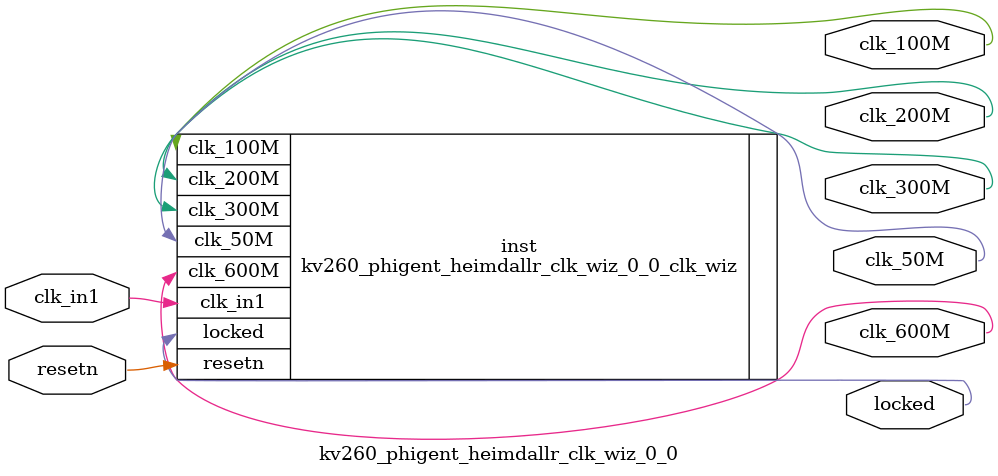
<source format=v>


`timescale 1ps/1ps

(* CORE_GENERATION_INFO = "kv260_phigent_heimdallr_clk_wiz_0_0,clk_wiz_v6_0_8_0_0,{component_name=kv260_phigent_heimdallr_clk_wiz_0_0,use_phase_alignment=false,use_min_o_jitter=false,use_max_i_jitter=false,use_dyn_phase_shift=false,use_inclk_switchover=false,use_dyn_reconfig=false,enable_axi=0,feedback_source=FDBK_AUTO,PRIMITIVE=MMCM,num_out_clk=5,clkin1_period=10.000,clkin2_period=10.000,use_power_down=false,use_reset=true,use_locked=true,use_inclk_stopped=false,feedback_type=SINGLE,CLOCK_MGR_TYPE=NA,manual_override=false}" *)

module kv260_phigent_heimdallr_clk_wiz_0_0 
 (
  // Clock out ports
  output        clk_200M,
  output        clk_100M,
  output        clk_300M,
  output        clk_50M,
  output        clk_600M,
  // Status and control signals
  input         resetn,
  output        locked,
 // Clock in ports
  input         clk_in1
 );

  kv260_phigent_heimdallr_clk_wiz_0_0_clk_wiz inst
  (
  // Clock out ports  
  .clk_200M(clk_200M),
  .clk_100M(clk_100M),
  .clk_300M(clk_300M),
  .clk_50M(clk_50M),
  .clk_600M(clk_600M),
  // Status and control signals               
  .resetn(resetn), 
  .locked(locked),
 // Clock in ports
  .clk_in1(clk_in1)
  );

endmodule

</source>
